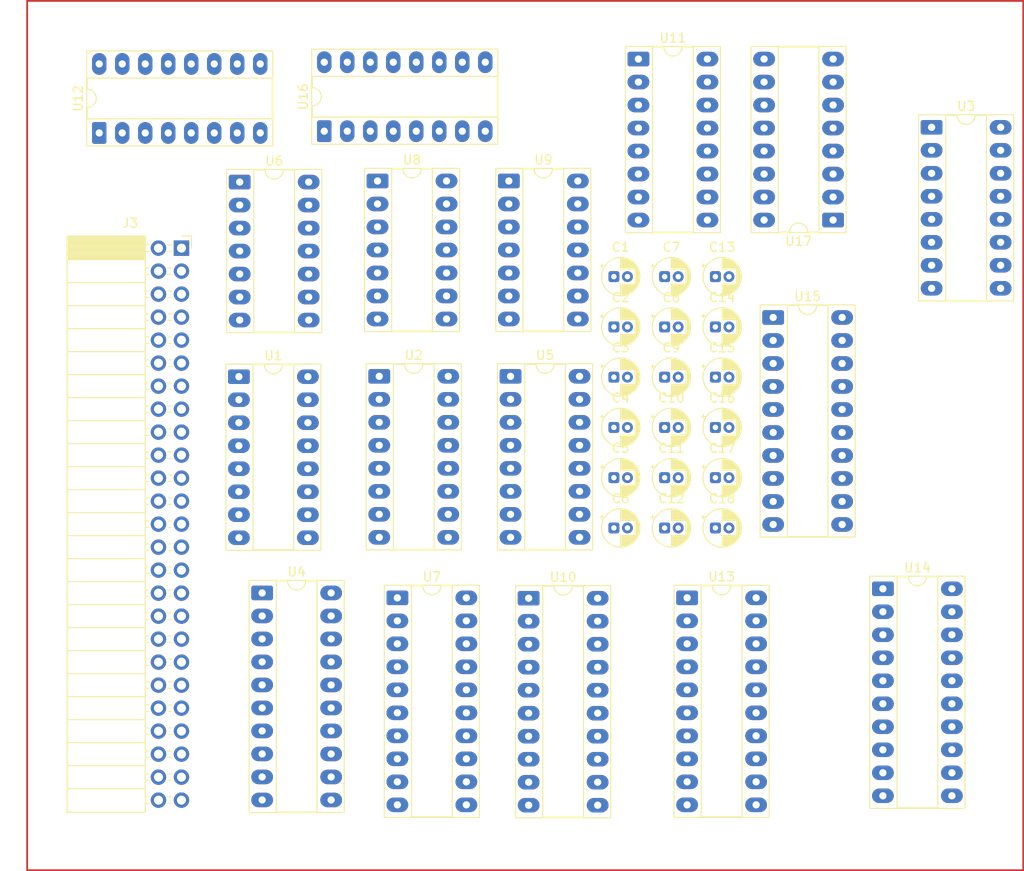
<source format=kicad_pcb>
(kicad_pcb (version 20241229) (generator "pcbnew") (generator_version "9.0")
  (layers (0 "F.Cu" signal) (2 "B.Cu" signal) (13 "F.Paste" user) (15 "B.Paste" user) (5 "F.SilkS" user "F.Silkscreen") (7 "B.SilkS" user "B.Silkscreen") (1 "F.Mask" user) (3 "B.Mask" user) (25 "Edge.Cuts" user))
  (net 0 "")
  (net 1 "VCC")
  (net 3 "/~{LToD}")
  (net 5 "/~{Clk}")
  (net 6 "/BUS2")
  (net 7 "/BUS5")
  (net 8 "/BUS3")
  (net 9 "/PULSE")
  (net 10 "/SPHighIn")
  (net 11 "/BUS6")
  (net 15 "GND")
  (net 16 "/Reset")
  (net 17 "/~{SPLowOut}")
  (net 20 "/BUS0")
  (net 21 "/PCLowIn")
  (net 22 "/~{PСLowOut}")
  (net 23 "/SPDec")
  (net 24 "/BUS1")
  (net 25 "/LFromD")
  (net 26 "/BUS7")
  (net 27 "/~{SPHighOut}")
  (net 30 "/BUS4")
  (net 33 "Net-(U1-DOWN)")
  (net 34 "Net-(U1-~{BO})")
  (net 35 "/SPInc")
  (net 36 "Net-(U1-UP)")
  (net 38 "Net-(U1-~{CO})")
  (net 39 "/PCHighIn")
  (net 42 "/Clk")
  (net 43 "/~{PСHighOut}")
  (net 44 "/PCDec")
  (net 45 "/PCInc")
  (net 47 "Net-(U16-~{CO})")
  (net 48 "/SPLowIn")
  (net 49 "Net-(U16-~{BO})")
  (net 52 "Net-(U17-~{BO})")
  (net 54 "Net-(U16-UP)")
  (net 55 "/DL_A3")
  (net 56 "Net-(U16-DOWN)")
  (net 57 "/DL_A1")
  (net 58 "/Pl_A")
  (net 59 "/DL_A2")
  (net 60 "/DL_A0")
  (net 61 "/DH_A7")
  (net 62 "/DH_A4")
  (net 63 "/Ph_A")
  (net 64 "/DH_A6")
  (net 65 "/DH_A5")
  (net 66 "/DH_A2")
  (net 67 "/DH_A3")
  (net 68 "/DH_A0")
  (net 69 "/DH_A1")
  (net 70 "/DL_A5")
  (net 71 "/DL_A4")
  (net 72 "/DL_A6")
  (net 73 "/CPd_A")
  (net 74 "/DL_A7")
  (net 75 "/CPu_A")
  (net 76 "/Ph_B")
  (net 77 "/CPd_B")
  (net 78 "/Pl_B")
  (net 79 "/CPu_B")
  (net 80 "/DH_B5")
  (net 81 "/DH_B7")
  (net 82 "/DH_B6")
  (net 83 "/DH_B4")
  (net 84 "/DH_B3")
  (net 85 "/DH_B2")
  (net 86 "/DH_B0")
  (net 87 "/DH_B1")
  (net 88 "/DL_B6")
  (net 89 "/DL_B3")
  (net 90 "/DL_B1")
  (net 91 "/DL_B7")
  (net 92 "/DL_B5")
  (net 93 "/DL_B0")
  (net 94 "/DL_B2")
  (net 95 "/DL_B4")
  (net 96 "Net-(U17-~{CO})")
  (net 97 "Net-(U11-~{BO})")
  (net 98 "Net-(U11-~{CO})")
  (net 101 "Net-(U13-B7)")
  (net 102 "Net-(U13-B4)")
  (net 103 "Net-(U13-B3)")
  (net 104 "Net-(U13-B6)")
  (net 105 "Net-(U7-Cp)")
  (net 106 "Net-(U13-B5)")
  (net 107 "Net-(U13-B1)")
  (net 108 "Net-(U13-B2)")
  (net 109 "Net-(U13-B0)")
  (footprint "Package_DIP:DIP-20_W7.62mm_Socket_LongPads" (layer "F.Cu") (at 155.88 74.46)
    (property "Reference" "U15" (at 3.81 -2.33 0) (layer "F.SilkS"))
    (property "Value" "74LS245")
    (pad "1" thru_hole roundrect (at 0 0) (size 2.4 1.6) (drill 0.8) (layers "*.Cu" "*.Mask") (roundrect_rratio 0.15625) (net 43 "/~{PСHighOut}"))
    (pad "2" thru_hole oval (at 0 2.54) (size 2.4 1.6) (drill 0.8) (layers "*.Cu" "*.Mask") (net 20 "/BUS0"))
    (pad "3" thru_hole oval (at 0 5.08) (size 2.4 1.6) (drill 0.8) (layers "*.Cu" "*.Mask") (net 24 "/BUS1"))
    (pad "4" thru_hole oval (at 0 7.62) (size 2.4 1.6) (drill 0.8) (layers "*.Cu" "*.Mask") (net 6 "/BUS2"))
    (pad "5" thru_hole oval (at 0 10.16) (size 2.4 1.6) (drill 0.8) (layers "*.Cu" "*.Mask") (net 8 "/BUS3"))
    (pad "6" thru_hole oval (at 0 12.7) (size 2.4 1.6) (drill 0.8) (layers "*.Cu" "*.Mask") (net 30 "/BUS4"))
    (pad "7" thru_hole oval (at 0 15.24) (size 2.4 1.6) (drill 0.8) (layers "*.Cu" "*.Mask") (net 7 "/BUS5"))
    (pad "8" thru_hole oval (at 0 17.78) (size 2.4 1.6) (drill 0.8) (layers "*.Cu" "*.Mask") (net 11 "/BUS6"))
    (pad "9" thru_hole oval (at 0 20.32) (size 2.4 1.6) (drill 0.8) (layers "*.Cu" "*.Mask") (net 26 "/BUS7"))
    (pad "10" thru_hole oval (at 0 22.86) (size 2.4 1.6) (drill 0.8) (layers "*.Cu" "*.Mask") (net 15 "GND"))
    (pad "11" thru_hole oval (at 7.62 22.86) (size 2.4 1.6) (drill 0.8) (layers "*.Cu" "*.Mask") (net 61 "/DH_A7"))
    (pad "12" thru_hole oval (at 7.62 20.32) (size 2.4 1.6) (drill 0.8) (layers "*.Cu" "*.Mask") (net 64 "/DH_A6"))
    (pad "13" thru_hole oval (at 7.62 17.78) (size 2.4 1.6) (drill 0.8) (layers "*.Cu" "*.Mask") (net 65 "/DH_A5"))
    (pad "14" thru_hole oval (at 7.62 15.24) (size 2.4 1.6) (drill 0.8) (layers "*.Cu" "*.Mask") (net 62 "/DH_A4"))
    (pad "15" thru_hole oval (at 7.62 12.7) (size 2.4 1.6) (drill 0.8) (layers "*.Cu" "*.Mask") (net 67 "/DH_A3"))
    (pad "16" thru_hole oval (at 7.62 10.16) (size 2.4 1.6) (drill 0.8) (layers "*.Cu" "*.Mask") (net 66 "/DH_A2"))
    (pad "17" thru_hole oval (at 7.62 7.62) (size 2.4 1.6) (drill 0.8) (layers "*.Cu" "*.Mask") (net 69 "/DH_A1"))
    (pad "18" thru_hole oval (at 7.62 5.08) (size 2.4 1.6) (drill 0.8) (layers "*.Cu" "*.Mask") (net 68 "/DH_A0"))
    (pad "19" thru_hole oval (at 7.62 2.54) (size 2.4 1.6) (drill 0.8) (layers "*.Cu" "*.Mask") (net 15 "GND"))
    (pad "20" thru_hole oval (at 7.62 0) (size 2.4 1.6) (drill 0.8) (layers "*.Cu" "*.Mask") (net 1 "VCC"))
  )
  (footprint "Package_DIP:DIP-20_W7.62mm_Socket_LongPads" (layer "F.Cu") (at 168 104.42)
    (property "Reference" "U14" (at 3.81 -2.33 0) (layer "F.SilkS"))
    (property "Value" "74LS245")
    (pad "1" thru_hole roundrect (at 0 0) (size 2.4 1.6) (drill 0.8) (layers "*.Cu" "*.Mask") (roundrect_rratio 0.15625) (net 15 "GND"))
    (pad "2" thru_hole oval (at 0 2.54) (size 2.4 1.6) (drill 0.8) (layers "*.Cu" "*.Mask") (net 20 "/BUS0"))
    (pad "3" thru_hole oval (at 0 5.08) (size 2.4 1.6) (drill 0.8) (layers "*.Cu" "*.Mask") (net 24 "/BUS1"))
    (pad "4" thru_hole oval (at 0 7.62) (size 2.4 1.6) (drill 0.8) (layers "*.Cu" "*.Mask") (net 6 "/BUS2"))
    (pad "5" thru_hole oval (at 0 10.16) (size 2.4 1.6) (drill 0.8) (layers "*.Cu" "*.Mask") (net 8 "/BUS3"))
    (pad "6" thru_hole oval (at 0 12.7) (size 2.4 1.6) (drill 0.8) (layers "*.Cu" "*.Mask") (net 30 "/BUS4"))
    (pad "7" thru_hole oval (at 0 15.24) (size 2.4 1.6) (drill 0.8) (layers "*.Cu" "*.Mask") (net 7 "/BUS5"))
    (pad "8" thru_hole oval (at 0 17.78) (size 2.4 1.6) (drill 0.8) (layers "*.Cu" "*.Mask") (net 11 "/BUS6"))
    (pad "9" thru_hole oval (at 0 20.32) (size 2.4 1.6) (drill 0.8) (layers "*.Cu" "*.Mask") (net 26 "/BUS7"))
    (pad "10" thru_hole oval (at 0 22.86) (size 2.4 1.6) (drill 0.8) (layers "*.Cu" "*.Mask") (net 15 "GND"))
    (pad "11" thru_hole oval (at 7.62 22.86) (size 2.4 1.6) (drill 0.8) (layers "*.Cu" "*.Mask") (net 74 "/DL_A7"))
    (pad "12" thru_hole oval (at 7.62 20.32) (size 2.4 1.6) (drill 0.8) (layers "*.Cu" "*.Mask") (net 72 "/DL_A6"))
    (pad "13" thru_hole oval (at 7.62 17.78) (size 2.4 1.6) (drill 0.8) (layers "*.Cu" "*.Mask") (net 70 "/DL_A5"))
    (pad "14" thru_hole oval (at 7.62 15.24) (size 2.4 1.6) (drill 0.8) (layers "*.Cu" "*.Mask") (net 71 "/DL_A4"))
    (pad "15" thru_hole oval (at 7.62 12.7) (size 2.4 1.6) (drill 0.8) (layers "*.Cu" "*.Mask") (net 55 "/DL_A3"))
    (pad "16" thru_hole oval (at 7.62 10.16) (size 2.4 1.6) (drill 0.8) (layers "*.Cu" "*.Mask") (net 59 "/DL_A2"))
    (pad "17" thru_hole oval (at 7.62 7.62) (size 2.4 1.6) (drill 0.8) (layers "*.Cu" "*.Mask") (net 57 "/DL_A1"))
    (pad "18" thru_hole oval (at 7.62 5.08) (size 2.4 1.6) (drill 0.8) (layers "*.Cu" "*.Mask") (net 60 "/DL_A0"))
    (pad "19" thru_hole oval (at 7.62 2.54) (size 2.4 1.6) (drill 0.8) (layers "*.Cu" "*.Mask") (net 22 "/~{PСLowOut}"))
    (pad "20" thru_hole oval (at 7.62 0) (size 2.4 1.6) (drill 0.8) (layers "*.Cu" "*.Mask") (net 1 "VCC"))
  )
  (footprint "Capacitor_THT:CP_Radial_D4.0mm_P1.50mm" (layer "F.Cu") (at 138.2904 69.95)
    (property "Reference" "C1" (at 0.75 -3.25 0) (layer "F.SilkS"))
    (property "Value" "C")
    (pad "1" thru_hole roundrect (at 0 0) (size 1.2 1.2) (drill 0.6) (layers "*.Cu" "*.Mask") (roundrect_rratio 0.208333) (net 15 "GND"))
    (pad "2" thru_hole circle (at 1.5 0) (size 1.2 1.2) (drill 0.6) (layers "*.Cu" "*.Mask") (net 1 "VCC"))
  )
  (footprint "Package_DIP:DIP-16_W7.62mm_Socket_LongPads" (layer "F.Cu") (at 126.88 80.96)
    (property "Reference" "U5" (at 3.81 -2.33 0) (layer "F.SilkS"))
    (property "Value" "74LS193")
    (pad "1" thru_hole roundrect (at 0 0) (size 2.4 1.6) (drill 0.8) (layers "*.Cu" "*.Mask") (roundrect_rratio 0.15625) (net 24 "/BUS1"))
    (pad "2" thru_hole oval (at 0 2.54) (size 2.4 1.6) (drill 0.8) (layers "*.Cu" "*.Mask") (net 87 "/DH_B1"))
    (pad "3" thru_hole oval (at 0 5.08) (size 2.4 1.6) (drill 0.8) (layers "*.Cu" "*.Mask") (net 86 "/DH_B0"))
    (pad "4" thru_hole oval (at 0 7.62) (size 2.4 1.6) (drill 0.8) (layers "*.Cu" "*.Mask") (net 34 "Net-(U1-~{BO})"))
    (pad "5" thru_hole oval (at 0 10.16) (size 2.4 1.6) (drill 0.8) (layers "*.Cu" "*.Mask") (net 38 "Net-(U1-~{CO})"))
    (pad "6" thru_hole oval (at 0 12.7) (size 2.4 1.6) (drill 0.8) (layers "*.Cu" "*.Mask") (net 85 "/DH_B2"))
    (pad "7" thru_hole oval (at 0 15.24) (size 2.4 1.6) (drill 0.8) (layers "*.Cu" "*.Mask") (net 84 "/DH_B3"))
    (pad "8" thru_hole oval (at 0 17.78) (size 2.4 1.6) (drill 0.8) (layers "*.Cu" "*.Mask") (net 15 "GND"))
    (pad "9" thru_hole oval (at 7.62 17.78) (size 2.4 1.6) (drill 0.8) (layers "*.Cu" "*.Mask") (net 8 "/BUS3"))
    (pad "10" thru_hole oval (at 7.62 15.24) (size 2.4 1.6) (drill 0.8) (layers "*.Cu" "*.Mask") (net 6 "/BUS2"))
    (pad "11" thru_hole oval (at 7.62 12.7) (size 2.4 1.6) (drill 0.8) (layers "*.Cu" "*.Mask") (net 76 "/Ph_B"))
    (pad "12" thru_hole oval (at 7.62 10.16) (size 2.4 1.6) (drill 0.8) (layers "*.Cu" "*.Mask"))
    (pad "13" thru_hole oval (at 7.62 7.62) (size 2.4 1.6) (drill 0.8) (layers "*.Cu" "*.Mask"))
    (pad "14" thru_hole oval (at 7.62 5.08) (size 2.4 1.6) (drill 0.8) (layers "*.Cu" "*.Mask") (net 16 "/Reset"))
    (pad "15" thru_hole oval (at 7.62 2.54) (size 2.4 1.6) (drill 0.8) (layers "*.Cu" "*.Mask") (net 20 "/BUS0"))
    (pad "16" thru_hole oval (at 7.62 0) (size 2.4 1.6) (drill 0.8) (layers "*.Cu" "*.Mask") (net 1 "VCC"))
  )
  (footprint "Package_DIP:DIP-14_W7.62mm_Socket_LongPads" (layer "F.Cu") (at 126.69 59.385)
    (property "Reference" "U9" (at 3.81 -2.33 0) (layer "F.SilkS"))
    (property "Value" "74LS08")
    (pad "1" thru_hole roundrect (at 0 0) (size 2.4 1.6) (drill 0.8) (layers "*.Cu" "*.Mask") (roundrect_rratio 0.15625) (net 25 "/LFromD"))
    (pad "2" thru_hole oval (at 0 2.54) (size 2.4 1.6) (drill 0.8) (layers "*.Cu" "*.Mask") (net 42 "/Clk"))
    (pad "3" thru_hole oval (at 0 5.08) (size 2.4 1.6) (drill 0.8) (layers "*.Cu" "*.Mask") (net 105 "Net-(U7-Cp)"))
    (pad "4" thru_hole oval (at 0 7.62) (size 2.4 1.6) (drill 0.8) (layers "*.Cu" "*.Mask"))
    (pad "5" thru_hole oval (at 0 10.16) (size 2.4 1.6) (drill 0.8) (layers "*.Cu" "*.Mask"))
    (pad "6" thru_hole oval (at 0 12.7) (size 2.4 1.6) (drill 0.8) (layers "*.Cu" "*.Mask"))
    (pad "7" thru_hole oval (at 0 15.24) (size 2.4 1.6) (drill 0.8) (layers "*.Cu" "*.Mask") (net 15 "GND"))
    (pad "8" thru_hole oval (at 7.62 15.24) (size 2.4 1.6) (drill 0.8) (layers "*.Cu" "*.Mask"))
    (pad "9" thru_hole oval (at 7.62 12.7) (size 2.4 1.6) (drill 0.8) (layers "*.Cu" "*.Mask"))
    (pad "10" thru_hole oval (at 7.62 10.16) (size 2.4 1.6) (drill 0.8) (layers "*.Cu" "*.Mask"))
    (pad "11" thru_hole oval (at 7.62 7.62) (size 2.4 1.6) (drill 0.8) (layers "*.Cu" "*.Mask"))
    (pad "12" thru_hole oval (at 7.62 5.08) (size 2.4 1.6) (drill 0.8) (layers "*.Cu" "*.Mask"))
    (pad "13" thru_hole oval (at 7.62 2.54) (size 2.4 1.6) (drill 0.8) (layers "*.Cu" "*.Mask"))
    (pad "14" thru_hole oval (at 7.62 0) (size 2.4 1.6) (drill 0.8) (layers "*.Cu" "*.Mask") (net 1 "VCC"))
  )
  (footprint "Package_DIP:DIP-14_W7.62mm_Socket_LongPads" (layer "F.Cu") (at 112.19 59.385)
    (property "Reference" "U8" (at 3.81 -2.33 0) (layer "F.SilkS"))
    (property "Value" "74LS00")
    (pad "1" thru_hole roundrect (at 0 0) (size 2.4 1.6) (drill 0.8) (layers "*.Cu" "*.Mask") (roundrect_rratio 0.15625) (net 48 "/SPLowIn"))
    (pad "2" thru_hole oval (at 0 2.54) (size 2.4 1.6) (drill 0.8) (layers "*.Cu" "*.Mask") (net 9 "/PULSE"))
    (pad "3" thru_hole oval (at 0 5.08) (size 2.4 1.6) (drill 0.8) (layers "*.Cu" "*.Mask") (net 78 "/Pl_B"))
    (pad "4" thru_hole oval (at 0 7.62) (size 2.4 1.6) (drill 0.8) (layers "*.Cu" "*.Mask") (net 10 "/SPHighIn"))
    (pad "5" thru_hole oval (at 0 10.16) (size 2.4 1.6) (drill 0.8) (layers "*.Cu" "*.Mask") (net 9 "/PULSE"))
    (pad "6" thru_hole oval (at 0 12.7) (size 2.4 1.6) (drill 0.8) (layers "*.Cu" "*.Mask") (net 76 "/Ph_B"))
    (pad "7" thru_hole oval (at 0 15.24) (size 2.4 1.6) (drill 0.8) (layers "*.Cu" "*.Mask") (net 15 "GND"))
    (pad "8" thru_hole oval (at 7.62 15.24) (size 2.4 1.6) (drill 0.8) (layers "*.Cu" "*.Mask") (net 77 "/CPd_B"))
    (pad "9" thru_hole oval (at 7.62 12.7) (size 2.4 1.6) (drill 0.8) (layers "*.Cu" "*.Mask") (net 23 "/SPDec"))
    (pad "10" thru_hole oval (at 7.62 10.16) (size 2.4 1.6) (drill 0.8) (layers "*.Cu" "*.Mask") (net 5 "/~{Clk}"))
    (pad "11" thru_hole oval (at 7.62 7.62) (size 2.4 1.6) (drill 0.8) (layers "*.Cu" "*.Mask") (net 79 "/CPu_B"))
    (pad "12" thru_hole oval (at 7.62 5.08) (size 2.4 1.6) (drill 0.8) (layers "*.Cu" "*.Mask") (net 35 "/SPInc"))
    (pad "13" thru_hole oval (at 7.62 2.54) (size 2.4 1.6) (drill 0.8) (layers "*.Cu" "*.Mask") (net 5 "/~{Clk}"))
    (pad "14" thru_hole oval (at 7.62 0) (size 2.4 1.6) (drill 0.8) (layers "*.Cu" "*.Mask") (net 1 "VCC"))
  )
  (footprint "Capacitor_THT:CP_Radial_D4.0mm_P1.50mm" (layer "F.Cu") (at 138.2904 86.6)
    (property "Reference" "C4" (at 0.75 -3.25 0) (layer "F.SilkS"))
    (property "Value" "C")
    (pad "1" thru_hole roundrect (at 0 0) (size 1.2 1.2) (drill 0.6) (layers "*.Cu" "*.Mask") (roundrect_rratio 0.208333) (net 15 "GND"))
    (pad "2" thru_hole circle (at 1.5 0) (size 1.2 1.2) (drill 0.6) (layers "*.Cu" "*.Mask") (net 1 "VCC"))
  )
  (footprint "Package_DIP:DIP-16_W7.62mm_Socket_LongPads" (layer "F.Cu") (at 141 45.92)
    (property "Reference" "U11" (at 3.81 -2.33 0) (layer "F.SilkS"))
    (property "Value" "74LS193")
    (pad "1" thru_hole roundrect (at 0 0) (size 2.4 1.6) (drill 0.8) (layers "*.Cu" "*.Mask") (roundrect_rratio 0.15625) (net 7 "/BUS5"))
    (pad "2" thru_hole oval (at 0 2.54) (size 2.4 1.6) (drill 0.8) (layers "*.Cu" "*.Mask") (net 92 "/DL_B5"))
    (pad "3" thru_hole oval (at 0 5.08) (size 2.4 1.6) (drill 0.8) (layers "*.Cu" "*.Mask") (net 95 "/DL_B4"))
    (pad "4" thru_hole oval (at 0 7.62) (size 2.4 1.6) (drill 0.8) (layers "*.Cu" "*.Mask") (net 77 "/CPd_B"))
    (pad "5" thru_hole oval (at 0 10.16) (size 2.4 1.6) (drill 0.8) (layers "*.Cu" "*.Mask") (net 79 "/CPu_B"))
    (pad "6" thru_hole oval (at 0 12.7) (size 2.4 1.6) (drill 0.8) (layers "*.Cu" "*.Mask") (net 88 "/DL_B6"))
    (pad "7" thru_hole oval (at 0 15.24) (size 2.4 1.6) (drill 0.8) (layers "*.Cu" "*.Mask") (net 91 "/DL_B7"))
    (pad "8" thru_hole oval (at 0 17.78) (size 2.4 1.6) (drill 0.8) (layers "*.Cu" "*.Mask") (net 15 "GND"))
    (pad "9" thru_hole oval (at 7.62 17.78) (size 2.4 1.6) (drill 0.8) (layers "*.Cu" "*.Mask") (net 26 "/BUS7"))
    (pad "10" thru_hole oval (at 7.62 15.24) (size 2.4 1.6) (drill 0.8) (layers "*.Cu" "*.Mask") (net 11 "/BUS6"))
    (pad "11" thru_hole oval (at 7.62 12.7) (size 2.4 1.6) (drill 0.8) (layers "*.Cu" "*.Mask") (net 78 "/Pl_B"))
    (pad "12" thru_hole oval (at 7.62 10.16) (size 2.4 1.6) (drill 0.8) (layers "*.Cu" "*.Mask") (net 98 "Net-(U11-~{CO})"))
    (pad "13" thru_hole oval (at 7.62 7.62) (size 2.4 1.6) (drill 0.8) (layers "*.Cu" "*.Mask") (net 97 "Net-(U11-~{BO})"))
    (pad "14" thru_hole oval (at 7.62 5.08) (size 2.4 1.6) (drill 0.8) (layers "*.Cu" "*.Mask") (net 16 "/Reset"))
    (pad "15" thru_hole oval (at 7.62 2.54) (size 2.4 1.6) (drill 0.8) (layers "*.Cu" "*.Mask") (net 30 "/BUS4"))
    (pad "16" thru_hole oval (at 7.62 0) (size 2.4 1.6) (drill 0.8) (layers "*.Cu" "*.Mask") (net 1 "VCC"))
  )
  (footprint "Package_DIP:DIP-20_W7.62mm_Socket_LongPads" (layer "F.Cu") (at 114.38 105.42)
    (property "Reference" "U7" (at 3.81 -2.33 0) (layer "F.SilkS"))
    (property "Value" "74LS574")
    (pad "1" thru_hole roundrect (at 0 0) (size 2.4 1.6) (drill 0.8) (layers "*.Cu" "*.Mask") (roundrect_rratio 0.15625) (net 15 "GND"))
    (pad "2" thru_hole oval (at 0 2.54) (size 2.4 1.6) (drill 0.8) (layers "*.Cu" "*.Mask") (net 20 "/BUS0"))
    (pad "3" thru_hole oval (at 0 5.08) (size 2.4 1.6) (drill 0.8) (layers "*.Cu" "*.Mask") (net 24 "/BUS1"))
    (pad "4" thru_hole oval (at 0 7.62) (size 2.4 1.6) (drill 0.8) (layers "*.Cu" "*.Mask") (net 6 "/BUS2"))
    (pad "5" thru_hole oval (at 0 10.16) (size 2.4 1.6) (drill 0.8) (layers "*.Cu" "*.Mask") (net 8 "/BUS3"))
    (pad "6" thru_hole oval (at 0 12.7) (size 2.4 1.6) (drill 0.8) (layers "*.Cu" "*.Mask") (net 30 "/BUS4"))
    (pad "7" thru_hole oval (at 0 15.24) (size 2.4 1.6) (drill 0.8) (layers "*.Cu" "*.Mask") (net 7 "/BUS5"))
    (pad "8" thru_hole oval (at 0 17.78) (size 2.4 1.6) (drill 0.8) (layers "*.Cu" "*.Mask") (net 11 "/BUS6"))
    (pad "9" thru_hole oval (at 0 20.32) (size 2.4 1.6) (drill 0.8) (layers "*.Cu" "*.Mask") (net 26 "/BUS7"))
    (pad "10" thru_hole oval (at 0 22.86) (size 2.4 1.6) (drill 0.8) (layers "*.Cu" "*.Mask") (net 15 "GND"))
    (pad "11" thru_hole oval (at 7.62 22.86) (size 2.4 1.6) (drill 0.8) (layers "*.Cu" "*.Mask") (net 105 "Net-(U7-Cp)"))
    (pad "12" thru_hole oval (at 7.62 20.32) (size 2.4 1.6) (drill 0.8) (layers "*.Cu" "*.Mask") (net 101 "Net-(U13-B7)"))
    (pad "13" thru_hole oval (at 7.62 17.78) (size 2.4 1.6) (drill 0.8) (layers "*.Cu" "*.Mask") (net 104 "Net-(U13-B6)"))
    (pad "14" thru_hole oval (at 7.62 15.24) (size 2.4 1.6) (drill 0.8) (layers "*.Cu" "*.Mask") (net 106 "Net-(U13-B5)"))
    (pad "15" thru_hole oval (at 7.62 12.7) (size 2.4 1.6) (drill 0.8) (layers "*.Cu" "*.Mask") (net 102 "Net-(U13-B4)"))
    (pad "16" thru_hole oval (at 7.62 10.16) (size 2.4 1.6) (drill 0.8) (layers "*.Cu" "*.Mask") (net 103 "Net-(U13-B3)"))
    (pad "17" thru_hole oval (at 7.62 7.62) (size 2.4 1.6) (drill 0.8) (layers "*.Cu" "*.Mask") (net 108 "Net-(U13-B2)"))
    (pad "18" thru_hole oval (at 7.62 5.08) (size 2.4 1.6) (drill 0.8) (layers "*.Cu" "*.Mask") (net 107 "Net-(U13-B1)"))
    (pad "19" thru_hole oval (at 7.62 2.54) (size 2.4 1.6) (drill 0.8) (layers "*.Cu" "*.Mask") (net 109 "Net-(U13-B0)"))
    (pad "20" thru_hole oval (at 7.62 0) (size 2.4 1.6) (drill 0.8) (layers "*.Cu" "*.Mask") (net 1 "VCC"))
  )
  (footprint "Capacitor_THT:CP_Radial_D4.0mm_P1.50mm" (layer "F.Cu") (at 149.5 69.95)
    (property "Reference" "C13" (at 0.75 -3.25 0) (layer "F.SilkS"))
    (property "Value" "C")
    (pad "1" thru_hole roundrect (at 0 0) (size 1.2 1.2) (drill 0.6) (layers "*.Cu" "*.Mask") (roundrect_rratio 0.208333) (net 15 "GND"))
    (pad "2" thru_hole circle (at 1.5 0) (size 1.2 1.2) (drill 0.6) (layers "*.Cu" "*.Mask") (net 1 "VCC"))
  )
  (footprint "Capacitor_THT:CP_Radial_D4.0mm_P1.50mm" (layer "F.Cu") (at 138.2904 75.5)
    (property "Reference" "C2" (at 0.75 -3.25 0) (layer "F.SilkS"))
    (property "Value" "C")
    (pad "1" thru_hole roundrect (at 0 0) (size 1.2 1.2) (drill 0.6) (layers "*.Cu" "*.Mask") (roundrect_rratio 0.208333) (net 15 "GND"))
    (pad "2" thru_hole circle (at 1.5 0) (size 1.2 1.2) (drill 0.6) (layers "*.Cu" "*.Mask") (net 1 "VCC"))
  )
  (footprint "Capacitor_THT:CP_Radial_D4.0mm_P1.50mm" (layer "F.Cu") (at 149.5 75.5)
    (property "Reference" "C14" (at 0.75 -3.25 0) (layer "F.SilkS"))
    (property "Value" "C")
    (pad "1" thru_hole roundrect (at 0 0) (size 1.2 1.2) (drill 0.6) (layers "*.Cu" "*.Mask") (roundrect_rratio 0.208333) (net 15 "GND"))
    (pad "2" thru_hole circle (at 1.5 0) (size 1.2 1.2) (drill 0.6) (layers "*.Cu" "*.Mask") (net 1 "VCC"))
  )
  (footprint "Package_DIP:DIP-20_W7.62mm_Socket_LongPads" (layer "F.Cu") (at 146.38 105.42)
    (property "Reference" "U13" (at 3.81 -2.33 0) (layer "F.SilkS"))
    (property "Value" "74LS245")
    (pad "1" thru_hole roundrect (at 0 0) (size 2.4 1.6) (drill 0.8) (layers "*.Cu" "*.Mask") (roundrect_rratio 0.15625) (net 15 "GND"))
    (pad "2" thru_hole oval (at 0 2.54) (size 2.4 1.6) (drill 0.8) (layers "*.Cu" "*.Mask") (net 20 "/BUS0"))
    (pad "3" thru_hole oval (at 0 5.08) (size 2.4 1.6) (drill 0.8) (layers "*.Cu" "*.Mask") (net 24 "/BUS1"))
    (pad "4" thru_hole oval (at 0 7.62) (size 2.4 1.6) (drill 0.8) (layers "*.Cu" "*.Mask") (net 6 "/BUS2"))
    (pad "5" thru_hole oval (at 0 10.16) (size 2.4 1.6) (drill 0.8) (layers "*.Cu" "*.Mask") (net 8 "/BUS3"))
    (pad "6" thru_hole oval (at 0 12.7) (size 2.4 1.6) (drill 0.8) (layers "*.Cu" "*.Mask") (net 30 "/BUS4"))
    (pad "7" thru_hole oval (at 0 15.24) (size 2.4 1.6) (drill 0.8) (layers "*.Cu" "*.Mask") (net 7 "/BUS5"))
    (pad "8" thru_hole oval (at 0 17.78) (size 2.4 1.6) (drill 0.8) (layers "*.Cu" "*.Mask") (net 11 "/BUS6"))
    (pad "9" thru_hole oval (at 0 20.32) (size 2.4 1.6) (drill 0.8) (layers "*.Cu" "*.Mask") (net 26 "/BUS7"))
    (pad "10" thru_hole oval (at 0 22.86) (size 2.4 1.6) (drill 0.8) (layers "*.Cu" "*.Mask") (net 15 "GND"))
    (pad "11" thru_hole oval (at 7.62 22.86) (size 2.4 1.6) (drill 0.8) (layers "*.Cu" "*.Mask") (net 101 "Net-(U13-B7)"))
    (pad "12" thru_hole oval (at 7.62 20.32) (size 2.4 1.6) (drill 0.8) (layers "*.Cu" "*.Mask") (net 104 "Net-(U13-B6)"))
    (pad "13" thru_hole oval (at 7.62 17.78) (size 2.4 1.6) (drill 0.8) (layers "*.Cu" "*.Mask") (net 106 "Net-(U13-B5)"))
    (pad "14" thru_hole oval (at 7.62 15.24) (size 2.4 1.6) (drill 0.8) (layers "*.Cu" "*.Mask") (net 102 "Net-(U13-B4)"))
    (pad "15" thru_hole oval (at 7.62 12.7) (size 2.4 1.6) (drill 0.8) (layers "*.Cu" "*.Mask") (net 103 "Net-(U13-B3)"))
    (pad "16" thru_hole oval (at 7.62 10.16) (size 2.4 1.6) (drill 0.8) (layers "*.Cu" "*.Mask") (net 108 "Net-(U13-B2)"))
    (pad "17" thru_hole oval (at 7.62 7.62) (size 2.4 1.6) (drill 0.8) (layers "*.Cu" "*.Mask") (net 107 "Net-(U13-B1)"))
    (pad "18" thru_hole oval (at 7.62 5.08) (size 2.4 1.6) (drill 0.8) (layers "*.Cu" "*.Mask") (net 109 "Net-(U13-B0)"))
    (pad "19" thru_hole oval (at 7.62 2.54) (size 2.4 1.6) (drill 0.8) (layers "*.Cu" "*.Mask") (net 3 "/~{LToD}"))
    (pad "20" thru_hole oval (at 7.62 0) (size 2.4 1.6) (drill 0.8) (layers "*.Cu" "*.Mask") (net 1 "VCC"))
  )
  (footprint "Package_DIP:DIP-20_W7.62mm_Socket_LongPads" (layer "F.Cu") (at 99.45 104.88)
    (property "Reference" "U4" (at 3.81 -2.33 0) (layer "F.SilkS"))
    (property "Value" "74LS245")
    (pad "1" thru_hole roundrect (at 0 0) (size 2.4 1.6) (drill 0.8) (layers "*.Cu" "*.Mask") (roundrect_rratio 0.15625) (net 15 "GND"))
    (pad "2" thru_hole oval (at 0 2.54) (size 2.4 1.6) (drill 0.8) (layers "*.Cu" "*.Mask") (net 20 "/BUS0"))
    (pad "3" thru_hole oval (at 0 5.08) (size 2.4 1.6) (drill 0.8) (layers "*.Cu" "*.Mask") (net 24 "/BUS1"))
    (pad "4" thru_hole oval (at 0 7.62) (size 2.4 1.6) (drill 0.8) (layers "*.Cu" "*.Mask") (net 6 "/BUS2"))
    (pad "5" thru_hole oval (at 0 10.16) (size 2.4 1.6) (drill 0.8) (layers "*.Cu" "*.Mask") (net 8 "/BUS3"))
    (pad "6" thru_hole oval (at 0 12.7) (size 2.4 1.6) (drill 0.8) (layers "*.Cu" "*.Mask") (net 30 "/BUS4"))
    (pad "7" thru_hole oval (at 0 15.24) (size 2.4 1.6) (drill 0.8) (layers "*.Cu" "*.Mask") (net 7 "/BUS5"))
    (pad "8" thru_hole oval (at 0 17.78) (size 2.4 1.6) (drill 0.8) (layers "*.Cu" "*.Mask") (net 11 "/BUS6"))
    (pad "9" thru_hole oval (at 0 20.32) (size 2.4 1.6) (drill 0.8) (layers "*.Cu" "*.Mask") (net 26 "/BUS7"))
    (pad "10" thru_hole oval (at 0 22.86) (size 2.4 1.6) (drill 0.8) (layers "*.Cu" "*.Mask") (net 15 "GND"))
    (pad "11" thru_hole oval (at 7.62 22.86) (size 2.4 1.6) (drill 0.8) (layers "*.Cu" "*.Mask") (net 91 "/DL_B7"))
    (pad "12" thru_hole oval (at 7.62 20.32) (size 2.4 1.6) (drill 0.8) (layers "*.Cu" "*.Mask") (net 88 "/DL_B6"))
    (pad "13" thru_hole oval (at 7.62 17.78) (size 2.4 1.6) (drill 0.8) (layers "*.Cu" "*.Mask") (net 92 "/DL_B5"))
    (pad "14" thru_hole oval (at 7.62 15.24) (size 2.4 1.6) (drill 0.8) (layers "*.Cu" "*.Mask") (net 95 "/DL_B4"))
    (pad "15" thru_hole oval (at 7.62 12.7) (size 2.4 1.6) (drill 0.8) (layers "*.Cu" "*.Mask") (net 89 "/DL_B3"))
    (pad "16" thru_hole oval (at 7.62 10.16) (size 2.4 1.6) (drill 0.8) (layers "*.Cu" "*.Mask") (net 94 "/DL_B2"))
    (pad "17" thru_hole oval (at 7.62 7.62) (size 2.4 1.6) (drill 0.8) (layers "*.Cu" "*.Mask") (net 90 "/DL_B1"))
    (pad "18" thru_hole oval (at 7.62 5.08) (size 2.4 1.6) (drill 0.8) (layers "*.Cu" "*.Mask") (net 93 "/DL_B0"))
    (pad "19" thru_hole oval (at 7.62 2.54) (size 2.4 1.6) (drill 0.8) (layers "*.Cu" "*.Mask") (net 17 "/~{SPLowOut}"))
    (pad "20" thru_hole oval (at 7.62 0) (size 2.4 1.6) (drill 0.8) (layers "*.Cu" "*.Mask") (net 1 "VCC"))
  )
  (footprint "Package_DIP:DIP-20_W7.62mm_Socket_LongPads" (layer "F.Cu") (at 128.88 105.46)
    (property "Reference" "U10" (at 3.81 -2.33 0) (layer "F.SilkS"))
    (property "Value" "74LS245")
    (pad "1" thru_hole roundrect (at 0 0) (size 2.4 1.6) (drill 0.8) (layers "*.Cu" "*.Mask") (roundrect_rratio 0.15625) (net 15 "GND"))
    (pad "2" thru_hole oval (at 0 2.54) (size 2.4 1.6) (drill 0.8) (layers "*.Cu" "*.Mask") (net 20 "/BUS0"))
    (pad "3" thru_hole oval (at 0 5.08) (size 2.4 1.6) (drill 0.8) (layers "*.Cu" "*.Mask") (net 24 "/BUS1"))
    (pad "4" thru_hole oval (at 0 7.62) (size 2.4 1.6) (drill 0.8) (layers "*.Cu" "*.Mask") (net 6 "/BUS2"))
    (pad "5" thru_hole oval (at 0 10.16) (size 2.4 1.6) (drill 0.8) (layers "*.Cu" "*.Mask") (net 8 "/BUS3"))
    (pad "6" thru_hole oval (at 0 12.7) (size 2.4 1.6) (drill 0.8) (layers "*.Cu" "*.Mask") (net 30 "/BUS4"))
    (pad "7" thru_hole oval (at 0 15.24) (size 2.4 1.6) (drill 0.8) (layers "*.Cu" "*.Mask") (net 7 "/BUS5"))
    (pad "8" thru_hole oval (at 0 17.78) (size 2.4 1.6) (drill 0.8) (layers "*.Cu" "*.Mask") (net 11 "/BUS6"))
    (pad "9" thru_hole oval (at 0 20.32) (size 2.4 1.6) (drill 0.8) (layers "*.Cu" "*.Mask") (net 26 "/BUS7"))
    (pad "10" thru_hole oval (at 0 22.86) (size 2.4 1.6) (drill 0.8) (layers "*.Cu" "*.Mask") (net 15 "GND"))
    (pad "11" thru_hole oval (at 7.62 22.86) (size 2.4 1.6) (drill 0.8) (layers "*.Cu" "*.Mask") (net 81 "/DH_B7"))
    (pad "12" thru_hole oval (at 7.62 20.32) (size 2.4 1.6) (drill 0.8) (layers "*.Cu" "*.Mask") (net 82 "/DH_B6"))
    (pad "13" thru_hole oval (at 7.62 17.78) (size 2.4 1.6) (drill 0.8) (layers "*.Cu" "*.Mask") (net 80 "/DH_B5"))
    (pad "14" thru_hole oval (at 7.62 15.24) (size 2.4 1.6) (drill 0.8) (layers "*.Cu" "*.Mask") (net 83 "/DH_B4"))
    (pad "15" thru_hole oval (at 7.62 12.7) (size 2.4 1.6) (drill 0.8) (layers "*.Cu" "*.Mask") (net 84 "/DH_B3"))
    (pad "16" thru_hole oval (at 7.62 10.16) (size 2.4 1.6) (drill 0.8) (layers "*.Cu" "*.Mask") (net 85 "/DH_B2"))
    (pad "17" thru_hole oval (at 7.62 7.62) (size 2.4 1.6) (drill 0.8) (layers "*.Cu" "*.Mask") (net 87 "/DH_B1"))
    (pad "18" thru_hole oval (at 7.62 5.08) (size 2.4 1.6) (drill 0.8) (layers "*.Cu" "*.Mask") (net 86 "/DH_B0"))
    (pad "19" thru_hole oval (at 7.62 2.54) (size 2.4 1.6) (drill 0.8) (layers "*.Cu" "*.Mask") (net 27 "/~{SPHighOut}"))
    (pad "20" thru_hole oval (at 7.62 0) (size 2.4 1.6) (drill 0.8) (layers "*.Cu" "*.Mask") (net 1 "VCC"))
  )
  (footprint "Capacitor_THT:CP_Radial_D4.0mm_P1.50mm" (layer "F.Cu") (at 143.8952 69.95)
    (property "Reference" "C7" (at 0.75 -3.25 0) (layer "F.SilkS"))
    (property "Value" "C")
    (pad "1" thru_hole roundrect (at 0 0) (size 1.2 1.2) (drill 0.6) (layers "*.Cu" "*.Mask") (roundrect_rratio 0.208333) (net 15 "GND"))
    (pad "2" thru_hole circle (at 1.5 0) (size 1.2 1.2) (drill 0.6) (layers "*.Cu" "*.Mask") (net 1 "VCC"))
  )
  (footprint "Capacitor_THT:CP_Radial_D4.0mm_P1.50mm" (layer "F.Cu") (at 149.5 81.05)
    (property "Reference" "C15" (at 0.75 -3.25 0) (layer "F.SilkS"))
    (property "Value" "C")
    (pad "1" thru_hole roundrect (at 0 0) (size 1.2 1.2) (drill 0.6) (layers "*.Cu" "*.Mask") (roundrect_rratio 0.208333) (net 15 "GND"))
    (pad "2" thru_hole circle (at 1.5 0) (size 1.2 1.2) (drill 0.6) (layers "*.Cu" "*.Mask") (net 1 "VCC"))
  )
  (footprint "Capacitor_THT:CP_Radial_D4.0mm_P1.50mm" (layer "F.Cu") (at 149.5 86.6)
    (property "Reference" "C16" (at 0.75 -3.25 0) (layer "F.SilkS"))
    (property "Value" "C")
    (pad "1" thru_hole roundrect (at 0 0) (size 1.2 1.2) (drill 0.6) (layers "*.Cu" "*.Mask") (roundrect_rratio 0.208333) (net 15 "GND"))
    (pad "2" thru_hole circle (at 1.5 0) (size 1.2 1.2) (drill 0.6) (layers "*.Cu" "*.Mask") (net 1 "VCC"))
  )
  (footprint "Capacitor_THT:CP_Radial_D4.0mm_P1.50mm" (layer "F.Cu") (at 143.8952 75.5)
    (property "Reference" "C8" (at 0.75 -3.25 0) (layer "F.SilkS"))
    (property "Value" "C")
    (pad "1" thru_hole roundrect (at 0 0) (size 1.2 1.2) (drill 0.6) (layers "*.Cu" "*.Mask") (roundrect_rratio 0.208333) (net 1 "VCC"))
    (pad "2" thru_hole circle (at 1.5 0) (size 1.2 1.2) (drill 0.6) (layers "*.Cu" "*.Mask") (net 15 "GND"))
  )
  (footprint "Package_DIP:DIP-16_W7.62mm_Socket_LongPads" (layer "F.Cu") (at 81.46 54.08 90)
    (property "Reference" "U12" (at 3.81 -2.33 90) (layer "F.SilkS"))
    (property "Value" "74LS193")
    (pad "1" thru_hole roundrect (at 0 0 90) (size 2.4 1.6) (drill 0.8) (layers "*.Cu" "*.Mask") (roundrect_rratio 0.15625) (net 24 "/BUS1"))
    (pad "2" thru_hole oval (at 0 2.54 90) (size 2.4 1.6) (drill 0.8) (layers "*.Cu" "*.Mask") (net 90 "/DL_B1"))
    (pad "3" thru_hole oval (at 0 5.08 90) (size 2.4 1.6) (drill 0.8) (layers "*.Cu" "*.Mask") (net 93 "/DL_B0"))
    (pad "4" thru_hole oval (at 0 7.62 90) (size 2.4 1.6) (drill 0.8) (layers "*.Cu" "*.Mask") (net 97 "Net-(U11-~{BO})"))
    (pad "5" thru_hole oval (at 0 10.16 90) (size 2.4 1.6) (drill 0.8) (layers "*.Cu" "*.Mask") (net 98 "Net-(U11-~{CO})"))
    (pad "6" thru_hole oval (at 0 12.7 90) (size 2.4 1.6) (drill 0.8) (layers "*.Cu" "*.Mask") (net 94 "/DL_B2"))
    (pad "7" thru_hole oval (at 0 15.24 90) (size 2.4 1.6) (drill 0.8) (layers "*.Cu" "*.Mask") (net 89 "/DL_B3"))
    (pad "8" thru_hole oval (at 0 17.78 90) (size 2.4 1.6) (drill 0.8) (layers "*.Cu" "*.Mask") (net 15 "GND"))
    (pad "9" thru_hole oval (at 7.62 17.78 90) (size 2.4 1.6) (drill 0.8) (layers "*.Cu" "*.Mask") (net 8 "/BUS3"))
    (pad "10" thru_hole oval (at 7.62 15.24 90) (size 2.4 1.6) (drill 0.8) (layers "*.Cu" "*.Mask") (net 6 "/BUS2"))
    (pad "11" thru_hole oval (at 7.62 12.7 90) (size 2.4 1.6) (drill 0.8) (layers "*.Cu" "*.Mask") (net 78 "/Pl_B"))
    (pad "12" thru_hole oval (at 7.62 10.16 90) (size 2.4 1.6) (drill 0.8) (layers "*.Cu" "*.Mask") (net 36 "Net-(U1-UP)"))
    (pad "13" thru_hole oval (at 7.62 7.62 90) (size 2.4 1.6) (drill 0.8) (layers "*.Cu" "*.Mask") (net 33 "Net-(U1-DOWN)"))
    (pad "14" thru_hole oval (at 7.62 5.08 90) (size 2.4 1.6) (drill 0.8) (layers "*.Cu" "*.Mask") (net 16 "/Reset"))
    (pad "15" thru_hole oval (at 7.62 2.54 90) (size 2.4 1.6) (drill 0.8) (layers "*.Cu" "*.Mask") (net 20 "/BUS0"))
    (pad "16" thru_hole oval (at 7.62 0 90) (size 2.4 1.6) (drill 0.8) (layers "*.Cu" "*.Mask") (net 1 "VCC"))
  )
  (footprint "Capacitor_THT:CP_Radial_D4.0mm_P1.50mm" (layer "F.Cu") (at 138.2904 81.05)
    (property "Reference" "C3" (at 0.75 -3.25 0) (layer "F.SilkS"))
    (property "Value" "C")
    (pad "1" thru_hole roundrect (at 0 0) (size 1.2 1.2) (drill 0.6) (layers "*.Cu" "*.Mask") (roundrect_rratio 0.208333) (net 15 "GND"))
    (pad "2" thru_hole circle (at 1.5 0) (size 1.2 1.2) (drill 0.6) (layers "*.Cu" "*.Mask") (net 1 "VCC"))
  )
  (footprint "Capacitor_THT:CP_Radial_D4.0mm_P1.50mm" (layer "F.Cu") (at 143.8952 86.6)
    (property "Reference" "C10" (at 0.75 -3.25 0) (layer "F.SilkS"))
    (property "Value" "C")
    (pad "1" thru_hole roundrect (at 0 0) (size 1.2 1.2) (drill 0.6) (layers "*.Cu" "*.Mask") (roundrect_rratio 0.208333) (net 15 "GND"))
    (pad "2" thru_hole circle (at 1.5 0) (size 1.2 1.2) (drill 0.6) (layers "*.Cu" "*.Mask") (net 1 "VCC"))
  )
  (footprint "Capacitor_THT:CP_Radial_D4.0mm_P1.50mm" (layer "F.Cu") (at 149.5 92.15)
    (property "Reference" "C17" (at 0.75 -3.25 0) (layer "F.SilkS"))
    (property "Value" "C")
    (pad "1" thru_hole roundrect (at 0 0) (size 1.2 1.2) (drill 0.6) (layers "*.Cu" "*.Mask") (roundrect_rratio 0.208333) (net 15 "GND"))
    (pad "2" thru_hole circle (at 1.5 0) (size 1.2 1.2) (drill 0.6) (layers "*.Cu" "*.Mask") (net 1 "VCC"))
  )
  (footprint "Connector_PinSocket_2.54mm:PinSocket_2x25_P2.54mm_Horizontal" (layer "F.Cu") (at 90.54 66.8)
    (property "Reference" "J3" (at -5.65 -2.77 0) (layer "F.SilkS"))
    (property "Value" "Conn_02x25_Counter_Clockwise")
    (pad "1" thru_hole rect (at 0 0) (size 1.7 1.7) (drill 1) (layers "*.Cu" "*.Mask") (net 1 "VCC"))
    (pad "2" thru_hole circle (at -2.54 0) (size 1.7 1.7) (drill 1) (layers "*.Cu" "*.Mask") (net 15 "GND"))
    (pad "3" thru_hole circle (at 0 2.54) (size 1.7 1.7) (drill 1) (layers "*.Cu" "*.Mask") (net 5 "/~{Clk}"))
    (pad "4" thru_hole circle (at -2.54 2.54) (size 1.7 1.7) (drill 1) (layers "*.Cu" "*.Mask") (net 42 "/Clk"))
    (pad "5" thru_hole circle (at 0 5.08) (size 1.7 1.7) (drill 1) (layers "*.Cu" "*.Mask") (net 25 "/LFromD"))
    (pad "6" thru_hole circle (at -2.54 5.08) (size 1.7 1.7) (drill 1) (layers "*.Cu" "*.Mask") (net 3 "/~{LToD}"))
    (pad "7" thru_hole circle (at 0 7.62) (size 1.7 1.7) (drill 1) (layers "*.Cu" "*.Mask"))
    (pad "8" thru_hole circle (at -2.54 7.62) (size 1.7 1.7) (drill 1) (layers "*.Cu" "*.Mask"))
    (pad "9" thru_hole circle (at 0 10.16) (size 1.7 1.7) (drill 1) (layers "*.Cu" "*.Mask"))
    (pad "10" thru_hole circle (at -2.54 10.16) (size 1.7 1.7) (drill 1) (layers "*.Cu" "*.Mask"))
    (pad "11" thru_hole circle (at 0 12.7) (size 1.7 1.7) (drill 1) (layers "*.Cu" "*.Mask") (net 20 "/BUS0"))
    (pad "12" thru_hole circle (at -2.54 12.7) (size 1.7 1.7) (drill 1) (layers "*.Cu" "*.Mask") (net 24 "/BUS1"))
    (pad "13" thru_hole circle (at 0 15.24) (size 1.7 1.7) (drill 1) (layers "*.Cu" "*.Mask") (net 6 "/BUS2"))
    (pad "14" thru_hole circle (at -2.54 15.24) (size 1.7 1.7) (drill 1) (layers "*.Cu" "*.Mask") (net 8 "/BUS3"))
    (pad "15" thru_hole circle (at 0 17.78) (size 1.7 1.7) (drill 1) (layers "*.Cu" "*.Mask") (net 30 "/BUS4"))
    (pad "16" thru_hole circle (at -2.54 17.78) (size 1.7 1.7) (drill 1) (layers "*.Cu" "*.Mask") (net 7 "/BUS5"))
    (pad "17" thru_hole circle (at 0 20.32) (size 1.7 1.7) (drill 1) (layers "*.Cu" "*.Mask") (net 11 "/BUS6"))
    (pad "18" thru_hole circle (at -2.54 20.32) (size 1.7 1.7) (drill 1) (layers "*.Cu" "*.Mask") (net 26 "/BUS7"))
    (pad "19" thru_hole circle (at 0 22.86) (size 1.7 1.7) (drill 1) (layers "*.Cu" "*.Mask") (net 15 "GND"))
    (pad "20" thru_hole circle (at -2.54 22.86) (size 1.7 1.7) (drill 1) (layers "*.Cu" "*.Mask"))
    (pad "21" thru_hole circle (at 0 25.4) (size 1.7 1.7) (drill 1) (layers "*.Cu" "*.Mask"))
    (pad "22" thru_hole circle (at -2.54 25.4) (size 1.7 1.7) (drill 1) (layers "*.Cu" "*.Mask"))
    (pad "23" thru_hole circle (at 0 27.94) (size 1.7 1.7) (drill 1) (layers "*.Cu" "*.Mask"))
    (pad "24" thru_hole circle (at -2.54 27.94) (size 1.7 1.7) (drill 1) (layers "*.Cu" "*.Mask"))
    (pad "25" thru_hole circle (at 0 30.48) (size 1.7 1.7) (drill 1) (layers "*.Cu" "*.Mask") (net 1 "VCC"))
    (pad "26" thru_hole circle (at -2.54 30.48) (size 1.7 1.7) (drill 1) (layers "*.Cu" "*.Mask") (net 1 "VCC"))
    (pad "27" thru_hole circle (at 0 33.02) (size 1.7 1.7) (drill 1) (layers "*.Cu" "*.Mask"))
    (pad "28" thru_hole circle (at -2.54 33.02) (size 1.7 1.7) (drill 1) (layers "*.Cu" "*.Mask"))
    (pad "29" thru_hole circle (at 0 35.56) (size 1.7 1.7) (drill 1) (layers "*.Cu" "*.Mask"))
    (pad "30" thru_hole circle (at -2.54 35.56) (size 1.7 1.7) (drill 1) (layers "*.Cu" "*.Mask"))
    (pad "31" thru_hole circle (at 0 38.1) (size 1.7 1.7) (drill 1) (layers "*.Cu" "*.Mask"))
    (pad "32" thru_hole circle (at -2.54 38.1) (size 1.7 1.7) (drill 1) (layers "*.Cu" "*.Mask"))
    (pad "33" thru_hole circle (at 0 40.64) (size 1.7 1.7) (drill 1) (layers "*.Cu" "*.Mask") (net 43 "/~{PСHighOut}"))
    (pad "34" thru_hole circle (at -2.54 40.64) (size 1.7 1.7) (drill 1) (layers "*.Cu" "*.Mask") (net 22 "/~{PСLowOut}"))
    (pad "35" thru_hole circle (at 0 43.18) (size 1.7 1.7) (drill 1) (layers "*.Cu" "*.Mask") (net 21 "/PCLowIn"))
    (pad "36" thru_hole circle (at -2.54 43.18) (size 1.7 1.7) (drill 1) (layers "*.Cu" "*.Mask") (net 39 "/PCHighIn"))
    (pad "37" thru_hole circle (at 0 45.72) (size 1.7 1.7) (drill 1) (layers "*.Cu" "*.Mask") (net 44 "/PCDec"))
    (pad "38" thru_hole circle (at -2.54 45.72) (size 1.7 1.7) (drill 1) (layers "*.Cu" "*.Mask") (net 45 "/PCInc"))
    (pad "39" thru_hole circle (at 0 48.26) (size 1.7 1.7) (drill 1) (layers "*.Cu" "*.Mask") (net 16 "/Reset"))
    (pad "40" thru_hole circle (at -2.54 48.26) (size 1.7 1.7) (drill 1) (layers "*.Cu" "*.Mask") (net 35 "/SPInc"))
    (pad "41" thru_hole circle (at 0 50.8) (size 1.7 1.7) (drill 1) (layers "*.Cu" "*.Mask") (net 23 "/SPDec"))
    (pad "42" thru_hole circle (at -2.54 50.8) (size 1.7 1.7) (drill 1) (layers "*.Cu" "*.Mask") (net 10 "/SPHighIn"))
    (pad "43" thru_hole circle (at 0 53.34) (size 1.7 1.7) (drill 1) (layers "*.Cu" "*.Mask") (net 48 "/SPLowIn"))
    (pad "44" thru_hole circle (at -2.54 53.34) (size 1.7 1.7) (drill 1) (layers "*.Cu" "*.Mask") (net 17 "/~{SPLowOut}"))
    (pad "45" thru_hole circle (at 0 55.88) (size 1.7 1.7) (drill 1) (layers "*.Cu" "*.Mask") (net 27 "/~{SPHighOut}"))
    (pad "46" thru_hole circle (at -2.54 55.88) (size 1.7 1.7) (drill 1) (layers "*.Cu" "*.Mask") (net 15 "GND"))
    (pad "47" thru_hole circle (at 0 58.42) (size 1.7 1.7) (drill 1) (layers "*.Cu" "*.Mask"))
    (pad "48" thru_hole circle (at -2.54 58.42) (size 1.7 1.7) (drill 1) (layers "*.Cu" "*.Mask") (net 9 "/PULSE"))
    (pad "49" thru_hole circle (at 0 60.96) (size 1.7 1.7) (drill 1) (layers "*.Cu" "*.Mask") (net 15 "GND"))
    (pad "50" thru_hole circle (at -2.54 60.96) (size 1.7 1.7) (drill 1) (layers "*.Cu" "*.Mask") (net 1 "VCC"))
  )
  (footprint "Capacitor_THT:CP_Radial_D4.0mm_P1.50mm" (layer "F.Cu") (at 138.2904 97.7)
    (property "Reference" "C6" (at 0.75 -3.25 0) (layer "F.SilkS"))
    (property "Value" "C")
    (pad "1" thru_hole roundrect (at 0 0) (size 1.2 1.2) (drill 0.6) (layers "*.Cu" "*.Mask") (roundrect_rratio 0.208333) (net 1 "VCC"))
    (pad "2" thru_hole circle (at 1.5 0) (size 1.2 1.2) (drill 0.6) (layers "*.Cu" "*.Mask") (net 15 "GND"))
  )
  (footprint "Package_DIP:DIP-16_W7.62mm_Socket_LongPads" (layer "F.Cu") (at 106.31 53.89 90)
    (property "Reference" "U16" (at 3.81 -2.33 90) (layer "F.SilkS"))
    (property "Value" "74LS193")
    (pad "1" thru_hole roundrect (at 0 0 90) (size 2.4 1.6) (drill 0.8) (layers "*.Cu" "*.Mask") (roundrect_rratio 0.15625) (net 7 "/BUS5"))
    (pad "2" thru_hole oval (at 0 2.54 90) (size 2.4 1.6) (drill 0.8) (layers "*.Cu" "*.Mask") (net 65 "/DH_A5"))
    (pad "3" thru_hole oval (at 0 5.08 90) (size 2.4 1.6) (drill 0.8) (layers "*.Cu" "*.Mask") (net 62 "/DH_A4"))
    (pad "4" thru_hole oval (at 0 7.62 90) (size 2.4 1.6) (drill 0.8) (layers "*.Cu" "*.Mask") (net 56 "Net-(U16-DOWN)"))
    (pad "5" thru_hole oval (at 0 10.16 90) (size 2.4 1.6) (drill 0.8) (layers "*.Cu" "*.Mask") (net 54 "Net-(U16-UP)"))
    (pad "6" thru_hole oval (at 0 12.7 90) (size 2.4 1.6) (drill 0.8) (layers "*.Cu" "*.Mask") (net 64 "/DH_A6"))
    (pad "7" thru_hole oval (at 0 15.24 90) (size 2.4 1.6) (drill 0.8) (layers "*.Cu" "*.Mask") (net 61 "/DH_A7"))
    (pad "8" thru_hole oval (at 0 17.78 90) (size 2.4 1.6) (drill 0.8) (layers "*.Cu" "*.Mask") (net 15 "GND"))
    (pad "9" thru_hole oval (at 7.62 17.78 90) (size 2.4 1.6) (drill 0.8) (layers "*.Cu" "*.Mask") (net 26 "/BUS7"))
    (pad "10" thru_hole oval (at 7.62 15.24 90) (size 2.4 1.6) (drill 0.8) (layers "*.Cu" "*.Mask") (net 11 "/BUS6"))
    (pad "11" thru_hole oval (at 7.62 12.7 90) (size 2.4 1.6) (drill 0.8) (layers "*.Cu" "*.Mask") (net 63 "/Ph_A"))
    (pad "12" thru_hole oval (at 7.62 10.16 90) (size 2.4 1.6) (drill 0.8) (layers "*.Cu" "*.Mask") (net 47 "Net-(U16-~{CO})"))
    (pad "13" thru_hole oval (at 7.62 7.62 90) (size 2.4 1.6) (drill 0.8) (layers "*.Cu" "*.Mask") (net 49 "Net-(U16-~{BO})"))
    (pad "14" thru_hole oval (at 7.62 5.08 90) (size 2.4 1.6) (drill 0.8) (layers "*.Cu" "*.Mask") (net 16 "/Reset"))
    (pad "15" thru_hole oval (at 7.62 2.54 90) (size 2.4 1.6) (drill 0.8) (layers "*.Cu" "*.Mask") (net 30 "/BUS4"))
    (pad "16" thru_hole oval (at 7.62 0 90) (size 2.4 1.6) (drill 0.8) (layers "*.Cu" "*.Mask") (net 1 "VCC"))
  )
  (footprint "Capacitor_THT:CP_Radial_D4.0mm_P1.50mm" (layer "F.Cu") (at 149.5 97.7)
    (property "Reference" "C18" (at 0.75 -3.25 0) (layer "F.SilkS"))
    (property "Value" "C")
    (pad "1" thru_hole roundrect (at 0 0) (size 1.2 1.2) (drill 0.6) (layers "*.Cu" "*.Mask") (roundrect_rratio 0.208333) (net 15 "GND"))
    (pad "2" thru_hole circle (at 1.5 0) (size 1.2 1.2) (drill 0.6) (layers "*.Cu" "*.Mask") (net 1 "VCC"))
  )
  (footprint "Capacitor_THT:CP_Radial_D4.0mm_P1.50mm" (layer "F.Cu") (at 143.8952 92.15)
    (property "Reference" "C11" (at 0.75 -3.25 0) (layer "F.SilkS"))
    (property "Value" "C")
    (pad "1" thru_hole roundrect (at 0 0) (size 1.2 1.2) (drill 0.6) (layers "*.Cu" "*.Mask") (roundrect_rratio 0.208333) (net 15 "GND"))
    (pad "2" thru_hole circle (at 1.5 0) (size 1.2 1.2) (drill 0.6) (layers "*.Cu" "*.Mask") (net 1 "VCC"))
  )
  (footprint "Capacitor_THT:CP_Radial_D4.0mm_P1.50mm" (layer "F.Cu") (at 143.8952 97.7)
    (property "Reference" "C12" (at 0.75 -3.25 0) (layer "F.SilkS"))
    (property "Value" "C")
    (pad "1" thru_hole roundrect (at 0 0) (size 1.2 1.2) (drill 0.6) (layers "*.Cu" "*.Mask") (roundrect_rratio 0.208333) (net 15 "GND"))
    (pad "2" thru_hole circle (at 1.5 0) (size 1.2 1.2) (drill 0.6) (layers "*.Cu" "*.Mask") (net 1 "VCC"))
  )
  (footprint "Package_DIP:DIP-16_W7.62mm_Socket_LongPads" (layer "F.Cu") (at 162.5 63.7 180)
    (property "Reference" "U17" (at 3.81 -2.33 0) (layer "F.SilkS"))
    (property "Value" "74LS193")
    (pad "1" thru_hole roundrect (at 0 0 180) (size 2.4 1.6) (drill 0.8) (layers "*.Cu" "*.Mask") (roundrect_rratio 0.15625) (net 7 "/BUS5"))
    (pad "2" thru_hole oval (at 0 2.54 180) (size 2.4 1.6) (drill 0.8) (layers "*.Cu" "*.Mask") (net 70 "/DL_A5"))
    (pad "3" thru_hole oval (at 0 5.08 180) (size 2.4 1.6) (drill 0.8) (layers "*.Cu" "*.Mask") (net 71 "/DL_A4"))
    (pad "4" thru_hole oval (at 0 7.62 180) (size 2.4 1.6) (drill 0.8) (layers "*.Cu" "*.Mask") (net 73 "/CPd_A"))
    (pad "5" thru_hole oval (at 0 10.16 180) (size 2.4 1.6) (drill 0.8) (layers "*.Cu" "*.Mask") (net 75 "/CPu_A"))
    (pad "6" thru_hole oval (at 0 12.7 180) (size 2.4 1.6) (drill 0.8) (layers "*.Cu" "*.Mask") (net 72 "/DL_A6"))
    (pad "7" thru_hole oval (at 0 15.24 180) (size 2.4 1.6) (drill 0.8) (layers "*.Cu" "*.Mask") (net 74 "/DL_A7"))
    (pad "8" thru_hole oval (at 0 17.78 180) (size 2.4 1.6) (drill 0.8) (layers "*.Cu" "*.Mask") (net 15 "GND"))
    (pad "9" thru_hole oval (at 7.62 17.78 180) (size 2.4 1.6) (drill 0.8) (layers "*.Cu" "*.Mask") (net 26 "/BUS7"))
    (pad "10" thru_hole oval (at 7.62 15.24 180) (size 2.4 1.6) (drill 0.8) (layers "*.Cu" "*.Mask") (net 11 "/BUS6"))
    (pad "11" thru_hole oval (at 7.62 12.7 180) (size 2.4 1.6) (drill 0.8) (layers "*.Cu" "*.Mask") (net 58 "/Pl_A"))
    (pad "12" thru_hole oval (at 7.62 10.16 180) (size 2.4 1.6) (drill 0.8) (layers "*.Cu" "*.Mask") (net 96 "Net-(U17-~{CO})"))
    (pad "13" thru_hole oval (at 7.62 7.62 180) (size 2.4 1.6) (drill 0.8) (layers "*.Cu" "*.Mask") (net 52 "Net-(U17-~{BO})"))
    (pad "14" thru_hole oval (at 7.62 5.08 180) (size 2.4 1.6) (drill 0.8) (layers "*.Cu" "*.Mask") (net 16 "/Reset"))
    (pad "15" thru_hole oval (at 7.62 2.54 180) (size 2.4 1.6) (drill 0.8) (layers "*.Cu" "*.Mask") (net 30 "/BUS4"))
    (pad "16" thru_hole oval (at 7.62 0 180) (size 2.4 1.6) (drill 0.8) (layers "*.Cu" "*.Mask") (net 1 "VCC"))
  )
  (footprint "Package_DIP:DIP-16_W7.62mm_Socket_LongPads" (layer "F.Cu") (at 96.88 81)
    (property "Reference" "U1" (at 3.81 -2.33 0) (layer "F.SilkS"))
    (property "Value" "74LS193")
    (pad "1" thru_hole roundrect (at 0 0) (size 2.4 1.6) (drill 0.8) (layers "*.Cu" "*.Mask") (roundrect_rratio 0.15625) (net 7 "/BUS5"))
    (pad "2" thru_hole oval (at 0 2.54) (size 2.4 1.6) (drill 0.8) (layers "*.Cu" "*.Mask") (net 80 "/DH_B5"))
    (pad "3" thru_hole oval (at 0 5.08) (size 2.4 1.6) (drill 0.8) (layers "*.Cu" "*.Mask") (net 83 "/DH_B4"))
    (pad "4" thru_hole oval (at 0 7.62) (size 2.4 1.6) (drill 0.8) (layers "*.Cu" "*.Mask") (net 33 "Net-(U1-DOWN)"))
    (pad "5" thru_hole oval (at 0 10.16) (size 2.4 1.6) (drill 0.8) (layers "*.Cu" "*.Mask") (net 36 "Net-(U1-UP)"))
    (pad "6" thru_hole oval (at 0 12.7) (size 2.4 1.6) (drill 0.8) (layers "*.Cu" "*.Mask") (net 82 "/DH_B6"))
    (pad "7" thru_hole oval (at 0 15.24) (size 2.4 1.6) (drill 0.8) (layers "*.Cu" "*.Mask") (net 81 "/DH_B7"))
    (pad "8" thru_hole oval (at 0 17.78) (size 2.4 1.6) (drill 0.8) (layers "*.Cu" "*.Mask") (net 15 "GND"))
    (pad "9" thru_hole oval (at 7.62 17.78) (size 2.4 1.6) (drill 0.8) (layers "*.Cu" "*.Mask") (net 26 "/BUS7"))
    (pad "10" thru_hole oval (at 7.62 15.24) (size 2.4 1.6) (drill 0.8) (layers "*.Cu" "*.Mask") (net 11 "/BUS6"))
    (pad "11" thru_hole oval (at 7.62 12.7) (size 2.4 1.6) (drill 0.8) (layers "*.Cu" "*.Mask") (net 76 "/Ph_B"))
    (pad "12" thru_hole oval (at 7.62 10.16) (size 2.4 1.6) (drill 0.8) (layers "*.Cu" "*.Mask") (net 38 "Net-(U1-~{CO})"))
    (pad "13" thru_hole oval (at 7.62 7.62) (size 2.4 1.6) (drill 0.8) (layers "*.Cu" "*.Mask") (net 34 "Net-(U1-~{BO})"))
    (pad "14" thru_hole oval (at 7.62 5.08) (size 2.4 1.6) (drill 0.8) (layers "*.Cu" "*.Mask") (net 16 "/Reset"))
    (pad "15" thru_hole oval (at 7.62 2.54) (size 2.4 1.6) (drill 0.8) (layers "*.Cu" "*.Mask") (net 30 "/BUS4"))
    (pad "16" thru_hole oval (at 7.62 0) (size 2.4 1.6) (drill 0.8) (layers "*.Cu" "*.Mask") (net 1 "VCC"))
  )
  (footprint "Package_DIP:DIP-16_W7.62mm_Socket_LongPads" (layer "F.Cu") (at 112.38 80.96)
    (property "Reference" "U2" (at 3.81 -2.33 0) (layer "F.SilkS"))
    (property "Value" "74LS193")
    (pad "1" thru_hole roundrect (at 0 0) (size 2.4 1.6) (drill 0.8) (layers "*.Cu" "*.Mask") (roundrect_rratio 0.15625) (net 24 "/BUS1"))
    (pad "2" thru_hole oval (at 0 2.54) (size 2.4 1.6) (drill 0.8) (layers "*.Cu" "*.Mask") (net 69 "/DH_A1"))
    (pad "3" thru_hole oval (at 0 5.08) (size 2.4 1.6) (drill 0.8) (layers "*.Cu" "*.Mask") (net 68 "/DH_A0"))
    (pad "4" thru_hole oval (at 0 7.62) (size 2.4 1.6) (drill 0.8) (layers "*.Cu" "*.Mask") (net 49 "Net-(U16-~{BO})"))
    (pad "5" thru_hole oval (at 0 10.16) (size 2.4 1.6) (drill 0.8) (layers "*.Cu" "*.Mask") (net 47 "Net-(U16-~{CO})"))
    (pad "6" thru_hole oval (at 0 12.7) (size 2.4 1.6) (drill 0.8) (layers "*.Cu" "*.Mask") (net 66 "/DH_A2"))
    (pad "7" thru_hole oval (at 0 15.24) (size 2.4 1.6) (drill 0.8) (layers "*.Cu" "*.Mask") (net 67 "/DH_A3"))
    (pad "8" thru_hole oval (at 0 17.78) (size 2.4 1.6) (drill 0.8) (layers "*.Cu" "*.Mask") (net 15 "GND"))
    (pad "9" thru_hole oval (at 7.62 17.78) (size 2.4 1.6) (drill 0.8) (layers "*.Cu" "*.Mask") (net 8 "/BUS3"))
    (pad "10" thru_hole oval (at 7.62 15.24) (size 2.4 1.6) (drill 0.8) (layers "*.Cu" "*.Mask") (net 6 "/BUS2"))
    (pad "11" thru_hole oval (at 7.62 12.7) (size 2.4 1.6) (drill 0.8) (layers "*.Cu" "*.Mask") (net 63 "/Ph_A"))
    (pad "12" thru_hole oval (at 7.62 10.16) (size 2.4 1.6) (drill 0.8) (layers "*.Cu" "*.Mask"))
    (pad "13" thru_hole oval (at 7.62 7.62) (size 2.4 1.6) (drill 0.8) (layers "*.Cu" "*.Mask"))
    (pad "14" thru_hole oval (at 7.62 5.08) (size 2.4 1.6) (drill 0.8) (layers "*.Cu" "*.Mask") (net 16 "/Reset"))
    (pad "15" thru_hole oval (at 7.62 2.54) (size 2.4 1.6) (drill 0.8) (layers "*.Cu" "*.Mask") (net 20 "/BUS0"))
    (pad "16" thru_hole oval (at 7.62 0) (size 2.4 1.6) (drill 0.8) (layers "*.Cu" "*.Mask") (net 1 "VCC"))
  )
  (footprint "Capacitor_THT:CP_Radial_D4.0mm_P1.50mm" (layer "F.Cu") (at 138.2904 92.15)
    (property "Reference" "C5" (at 0.75 -3.25 0) (layer "F.SilkS"))
    (property "Value" "C")
    (pad "1" thru_hole roundrect (at 0 0) (size 1.2 1.2) (drill 0.6) (layers "*.Cu" "*.Mask") (roundrect_rratio 0.208333) (net 1 "VCC"))
    (pad "2" thru_hole circle (at 1.5 0) (size 1.2 1.2) (drill 0.6) (layers "*.Cu" "*.Mask") (net 15 "GND"))
  )
  (footprint "Package_DIP:DIP-16_W7.62mm_Socket_LongPads" (layer "F.Cu") (at 173.38 53.46)
    (property "Reference" "U3" (at 3.81 -2.33 0) (layer "F.SilkS"))
    (property "Value" "74LS193")
    (pad "1" thru_hole roundrect (at 0 0) (size 2.4 1.6) (drill 0.8) (layers "*.Cu" "*.Mask") (roundrect_rratio 0.15625) (net 24 "/BUS1"))
    (pad "2" thru_hole oval (at 0 2.54) (size 2.4 1.6) (drill 0.8) (layers "*.Cu" "*.Mask") (net 57 "/DL_A1"))
    (pad "3" thru_hole oval (at 0 5.08) (size 2.4 1.6) (drill 0.8) (layers "*.Cu" "*.Mask") (net 60 "/DL_A0"))
    (pad "4" thru_hole oval (at 0 7.62) (size 2.4 1.6) (drill 0.8) (layers "*.Cu" "*.Mask") (net 52 "Net-(U17-~{BO})"))
    (pad "5" thru_hole oval (at 0 10.16) (size 2.4 1.6) (drill 0.8) (layers "*.Cu" "*.Mask") (net 96 "Net-(U17-~{CO})"))
    (pad "6" thru_hole oval (at 0 12.7) (size 2.4 1.6) (drill 0.8) (layers "*.Cu" "*.Mask") (net 59 "/DL_A2"))
    (pad "7" thru_hole oval (at 0 15.24) (size 2.4 1.6) (drill 0.8) (layers "*.Cu" "*.Mask") (net 55 "/DL_A3"))
    (pad "8" thru_hole oval (at 0 17.78) (size 2.4 1.6) (drill 0.8) (layers "*.Cu" "*.Mask") (net 15 "GND"))
    (pad "9" thru_hole oval (at 7.62 17.78) (size 2.4 1.6) (drill 0.8) (layers "*.Cu" "*.Mask") (net 8 "/BUS3"))
    (pad "10" thru_hole oval (at 7.62 15.24) (size 2.4 1.6) (drill 0.8) (layers "*.Cu" "*.Mask") (net 6 "/BUS2"))
    (pad "11" thru_hole oval (at 7.62 12.7) (size 2.4 1.6) (drill 0.8) (layers "*.Cu" "*.Mask") (net 58 "/Pl_A"))
    (pad "12" thru_hole oval (at 7.62 10.16) (size 2.4 1.6) (drill 0.8) (layers "*.Cu" "*.Mask") (net 54 "Net-(U16-UP)"))
    (pad "13" thru_hole oval (at 7.62 7.62) (size 2.4 1.6) (drill 0.8) (layers "*.Cu" "*.Mask") (net 56 "Net-(U16-DOWN)"))
    (pad "14" thru_hole oval (at 7.62 5.08) (size 2.4 1.6) (drill 0.8) (layers "*.Cu" "*.Mask") (net 16 "/Reset"))
    (pad "15" thru_hole oval (at 7.62 2.54) (size 2.4 1.6) (drill 0.8) (layers "*.Cu" "*.Mask") (net 20 "/BUS0"))
    (pad "16" thru_hole oval (at 7.62 0) (size 2.4 1.6) (drill 0.8) (layers "*.Cu" "*.Mask") (net 1 "VCC"))
  )
  (footprint "Package_DIP:DIP-14_W7.62mm_Socket_LongPads" (layer "F.Cu") (at 96.97 59.505)
    (property "Reference" "U6" (at 3.81 -2.33 0) (layer "F.SilkS"))
    (property "Value" "74LS00")
    (pad "1" thru_hole roundrect (at 0 0) (size 2.4 1.6) (drill 0.8) (layers "*.Cu" "*.Mask") (roundrect_rratio 0.15625) (net 5 "/~{Clk}"))
    (pad "2" thru_hole oval (at 0 2.54) (size 2.4 1.6) (drill 0.8) (layers "*.Cu" "*.Mask") (net 45 "/PCInc"))
    (pad "3" thru_hole oval (at 0 5.08) (size 2.4 1.6) (drill 0.8) (layers "*.Cu" "*.Mask") (net 75 "/CPu_A"))
    (pad "4" thru_hole oval (at 0 7.62) (size 2.4 1.6) (drill 0.8) (layers "*.Cu" "*.Mask") (net 5 "/~{Clk}"))
    (pad "5" thru_hole oval (at 0 10.16) (size 2.4 1.6) (drill 0.8) (layers "*.Cu" "*.Mask") (net 44 "/PCDec"))
    (pad "6" thru_hole oval (at 0 12.7) (size 2.4 1.6) (drill 0.8) (layers "*.Cu" "*.Mask") (net 73 "/CPd_A"))
    (pad "7" thru_hole oval (at 0 15.24) (size 2.4 1.6) (drill 0.8) (layers "*.Cu" "*.Mask") (net 15 "GND"))
    (pad "8" thru_hole oval (at 7.62 15.24) (size 2.4 1.6) (drill 0.8) (layers "*.Cu" "*.Mask") (net 63 "/Ph_A"))
    (pad "9" thru_hole oval (at 7.62 12.7) (size 2.4 1.6) (drill 0.8) (layers "*.Cu" "*.Mask") (net 9 "/PULSE"))
    (pad "10" thru_hole oval (at 7.62 10.16) (size 2.4 1.6) (drill 0.8) (layers "*.Cu" "*.Mask") (net 39 "/PCHighIn"))
    (pad "11" thru_hole oval (at 7.62 7.62) (size 2.4 1.6) (drill 0.8) (layers "*.Cu" "*.Mask") (net 58 "/Pl_A"))
    (pad "12" thru_hole oval (at 7.62 5.08) (size 2.4 1.6) (drill 0.8) (layers "*.Cu" "*.Mask") (net 9 "/PULSE"))
    (pad "13" thru_hole oval (at 7.62 2.54) (size 2.4 1.6) (drill 0.8) (layers "*.Cu" "*.Mask") (net 21 "/PCLowIn"))
    (pad "14" thru_hole oval (at 7.62 0) (size 2.4 1.6) (drill 0.8) (layers "*.Cu" "*.Mask") (net 1 "VCC"))
  )
  (footprint "Capacitor_THT:CP_Radial_D4.0mm_P1.50mm" (layer "F.Cu") (at 143.8952 81.05)
    (property "Reference" "C9" (at 0.75 -3.25 0) (layer "F.SilkS"))
    (property "Value" "C")
    (pad "1" thru_hole roundrect (at 0 0) (size 1.2 1.2) (drill 0.6) (layers "*.Cu" "*.Mask") (roundrect_rratio 0.208333) (net 15 "GND"))
    (pad "2" thru_hole circle (at 1.5 0) (size 1.2 1.2) (drill 0.6) (layers "*.Cu" "*.Mask") (net 1 "VCC"))
  )
  (gr_rect (start 73.5 39.5) (end 183.5 135.5) (stroke (width 0.2)) (fill no) (layer "F.Cu"))
)
</source>
